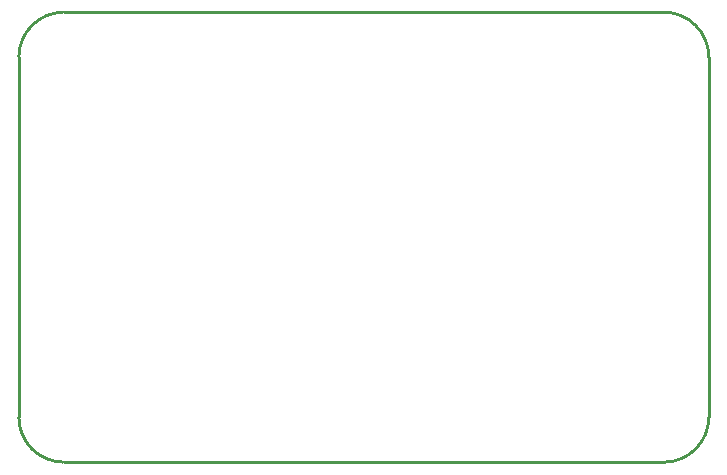
<source format=gko>
G04 Layer: BoardOutlineLayer*
G04 EasyEDA v6.5.22, 2023-02-27 20:34:50*
G04 caa8996452b24255bb9f00db4a7e08d3,da3b0543d5484e77bd98afd5aefff037,10*
G04 Gerber Generator version 0.2*
G04 Scale: 100 percent, Rotated: No, Reflected: No *
G04 Dimensions in millimeters *
G04 leading zeros omitted , absolute positions ,4 integer and 5 decimal *
%FSLAX45Y45*%
%MOMM*%

%ADD10C,0.2540*%
D10*
X381000Y3810000D02*
G01*
X5461000Y3810000D01*
X5842000Y381000D02*
G01*
X5841712Y3429000D01*
X0Y381000D02*
G01*
X0Y3429000D01*
X5461000Y0D02*
G01*
X381000Y0D01*
G75*
G01*
X5461000Y0D02*
G03*
X5842000Y381000I0J381000D01*
G75*
G01*
X5841713Y3429000D02*
G03*
X5461000Y3809713I-380713J0D01*
G75*
G01*
X0Y381000D02*
G03*
X381000Y0I381000J0D01*
G75*
G01*
X381000Y3810000D02*
G03*
X0Y3429000I0J-381000D01*

%LPD*%
M02*

</source>
